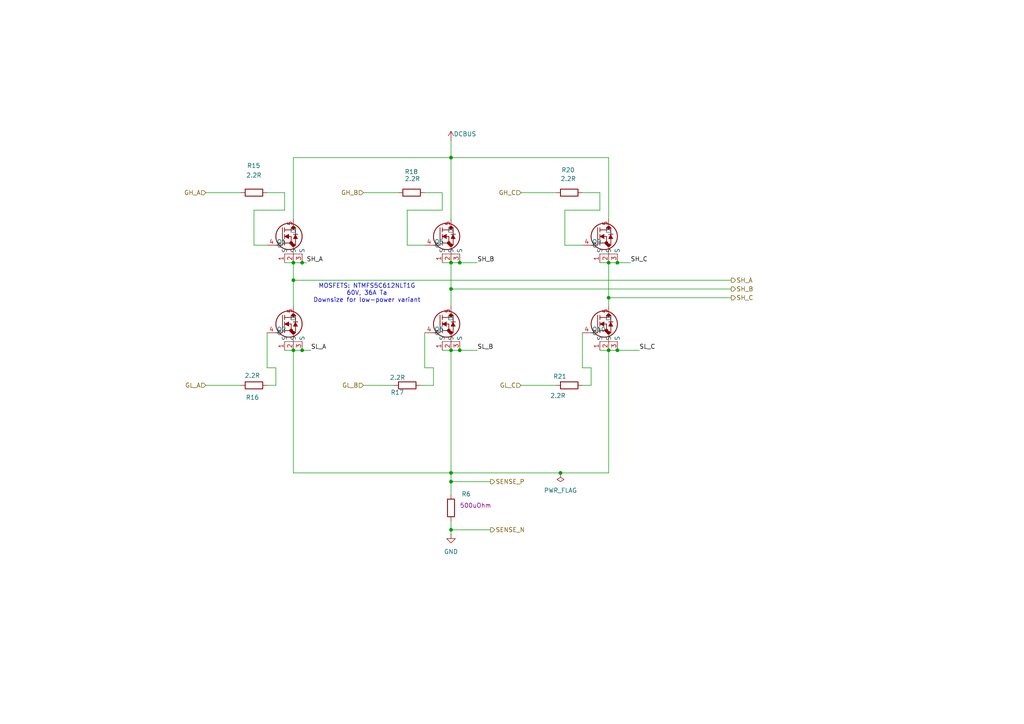
<source format=kicad_sch>
(kicad_sch (version 20231120) (generator "eeschema") (generator_version "8.0")
  (paper "A4")
  (lib_symbols
    (symbol "2024-07-02_05-47-45:NTMFS5C612NLT1G" (pin_names (offset 0.254))
      (property "Reference" "U" (at 11.43 4.445 0))
      (property "Value" "NTMFS5C612NLT1G" (at 11.43 0 0))
      (symbol "NTMFS5C612NLT1G_0_1"
        (polyline (pts (xy 2.54 0) (xy 4.445 0)) (stroke (width 0.2032)))
        (polyline (pts (xy 4.445 0) (xy 4.445 5.08)) (stroke (width 0.2032)))
        (polyline (pts (xy 5.08 -2.54) (xy 10.16 -2.54)) (stroke (width 0.127)))
        (polyline (pts (xy 5.08 0) (xy 5.08 1.27)) (stroke (width 0.2032)))
        (polyline (pts (xy 5.08 0.635) (xy 6.985 0.635)) (stroke (width 0.2032)))
        (polyline (pts (xy 5.08 1.905) (xy 5.08 3.175)) (stroke (width 0.2032)))
        (polyline (pts (xy 5.08 3.81) (xy 5.08 5.08)) (stroke (width 0.2032)))
        (polyline (pts (xy 5.08 4.445) (xy 6.985 4.445)) (stroke (width 0.2032)))
        (polyline (pts (xy 6.35 2.54) (xy 6.985 2.54)) (stroke (width 0.2032)))
        (polyline (pts (xy 6.985 0) (xy 6.985 2.54)) (stroke (width 0.2032)))
        (polyline (pts (xy 6.985 0) (xy 8.255 0)) (stroke (width 0.2032)))
        (polyline (pts (xy 6.985 4.445) (xy 6.985 5.08)) (stroke (width 0.2032)))
        (polyline (pts (xy 6.985 5.08) (xy 8.255 5.08)) (stroke (width 0.2032)))
        (polyline (pts (xy 7.62 -2.54) (xy 7.62 0)) (stroke (width 0.127)))
        (polyline (pts (xy 8.255 0) (xy 8.255 1.905)) (stroke (width 0.2032)))
        (polyline (pts (xy 8.255 3.175) (xy 8.255 5.08)) (stroke (width 0.2032)))
        (polyline (pts (xy 8.89 3.175) (xy 7.62 3.175)) (stroke (width 0.2032)))
        (polyline (pts (xy 6.35 3.175) (xy 5.08 2.54) (xy 6.35 1.905)) (fill (type outline)))
        (polyline (pts (xy 8.89 1.905) (xy 7.62 1.905) (xy 8.255 3.175)) (fill (type outline)))
        (circle (center 6.35 2.54) (radius 3.81) (stroke (width 0.254)))
        (circle (center 6.985 0.635) (radius 0.0254) (stroke (width 0.508)))
        (circle (center 7.62 0) (radius 0.0254) (stroke (width 0.508)))
        (circle (center 7.62 5.08) (radius 0.0254) (stroke (width 0.508)))
      )
      (symbol "NTMFS5C612NLT1G_1_1"
        (pin passive line (at 5.08 -5.08 90) (length 2.54) (name "S") (number "1"))
        (pin passive line (at 7.62 -5.08 90) (length 2.54) (name "S") (number "2"))
        (pin passive line (at 10.16 -5.08 90) (length 2.54) (name "S") (number "3"))
        (pin passive line (at 0 0 0) (length 2.54) (name "G") (number "4"))
        (pin passive line (at 7.62 7.62 270) (length 2.54) (name "D") (number "5"))
      )
    )
    (symbol "Device:R" (pin_numbers hide) (pin_names (offset 0))
      (property "Reference" "R" (at 2.032 0 90))
      (property "Value" "R" (at 0 0 90))
      (symbol "R_0_1"
        (rectangle (start -1.016 -2.54) (end 1.016 2.54) (stroke (width 0.254)))
      )
      (symbol "R_1_1"
        (pin passive line (at 0 3.81 270) (length 1.27) (name "~") (number "1"))
        (pin passive line (at 0 -3.81 90) (length 1.27) (name "~") (number "2"))
      )
    )
    (symbol "NTMFS5C612NLT1G_2" (pin_names (offset 0.254))
      (property "Reference" "U" (at 11.43 4.445 0))
      (property "Value" "NTMFS5C612NLT1G" (at 11.43 0 0))
      (symbol "NTMFS5C612NLT1G_2_0_1"
        (polyline (pts (xy 2.54 0) (xy 4.445 0)) (stroke (width 0.2032)))
        (polyline (pts (xy 4.445 0) (xy 4.445 5.08)) (stroke (width 0.2032)))
        (polyline (pts (xy 5.08 -2.54) (xy 10.16 -2.54)) (stroke (width 0.127)))
        (polyline (pts (xy 5.08 0) (xy 5.08 1.27)) (stroke (width 0.2032)))
        (polyline (pts (xy 5.08 0.635) (xy 6.985 0.635)) (stroke (width 0.2032)))
        (polyline (pts (xy 5.08 1.905) (xy 5.08 3.175)) (stroke (width 0.2032)))
        (polyline (pts (xy 5.08 3.81) (xy 5.08 5.08)) (stroke (width 0.2032)))
        (polyline (pts (xy 5.08 4.445) (xy 6.985 4.445)) (stroke (width 0.2032)))
        (polyline (pts (xy 6.35 2.54) (xy 6.985 2.54)) (stroke (width 0.2032)))
        (polyline (pts (xy 6.985 0) (xy 6.985 2.54)) (stroke (width 0.2032)))
        (polyline (pts (xy 6.985 0) (xy 8.255 0)) (stroke (width 0.2032)))
        (polyline (pts (xy 6.985 4.445) (xy 6.985 5.08)) (stroke (width 0.2032)))
        (polyline (pts (xy 6.985 5.08) (xy 8.255 5.08)) (stroke (width 0.2032)))
        (polyline (pts (xy 7.62 -2.54) (xy 7.62 0)) (stroke (width 0.127)))
        (polyline (pts (xy 8.255 0) (xy 8.255 1.905)) (stroke (width 0.2032)))
        (polyline (pts (xy 8.255 3.175) (xy 8.255 5.08)) (stroke (width 0.2032)))
        (polyline (pts (xy 8.89 3.175) (xy 7.62 3.175)) (stroke (width 0.2032)))
        (polyline (pts (xy 6.35 3.175) (xy 5.08 2.54) (xy 6.35 1.905)) (fill (type outline)))
        (polyline (pts (xy 8.89 1.905) (xy 7.62 1.905) (xy 8.255 3.175)) (fill (type outline)))
        (circle (center 6.35 2.54) (radius 3.81) (stroke (width 0.254)))
        (circle (center 6.985 0.635) (radius 0.0254) (stroke (width 0.508)))
        (circle (center 7.62 0) (radius 0.0254) (stroke (width 0.508)))
        (circle (center 7.62 5.08) (radius 0.0254) (stroke (width 0.508)))
      )
      (symbol "NTMFS5C612NLT1G_2_1_1"
        (pin passive line (at 5.08 -5.08 90) (length 2.54) (name "S") (number "1"))
        (pin passive line (at 7.62 -5.08 90) (length 2.54) (name "S") (number "2"))
        (pin passive line (at 10.16 -5.08 90) (length 2.54) (name "S") (number "3"))
        (pin passive line (at 0 0 0) (length 2.54) (name "G") (number "4"))
        (pin passive line (at 7.62 7.62 270) (length 2.54) (name "D") (number "5"))
      )
    )
    (symbol "NTMFS5C612NLT1G_3" (pin_names (offset 0.254))
      (property "Reference" "U" (at 11.43 4.445 0))
      (property "Value" "NTMFS5C612NLT1G" (at 11.43 0 0))
      (symbol "NTMFS5C612NLT1G_3_0_1"
        (polyline (pts (xy 2.54 0) (xy 4.445 0)) (stroke (width 0.2032)))
        (polyline (pts (xy 4.445 0) (xy 4.445 5.08)) (stroke (width 0.2032)))
        (polyline (pts (xy 5.08 -2.54) (xy 10.16 -2.54)) (stroke (width 0.127)))
        (polyline (pts (xy 5.08 0) (xy 5.08 1.27)) (stroke (width 0.2032)))
        (polyline (pts (xy 5.08 0.635) (xy 6.985 0.635)) (stroke (width 0.2032)))
        (polyline (pts (xy 5.08 1.905) (xy 5.08 3.175)) (stroke (width 0.2032)))
        (polyline (pts (xy 5.08 3.81) (xy 5.08 5.08)) (stroke (width 0.2032)))
        (polyline (pts (xy 5.08 4.445) (xy 6.985 4.445)) (stroke (width 0.2032)))
        (polyline (pts (xy 6.35 2.54) (xy 6.985 2.54)) (stroke (width 0.2032)))
        (polyline (pts (xy 6.985 0) (xy 6.985 2.54)) (stroke (width 0.2032)))
        (polyline (pts (xy 6.985 0) (xy 8.255 0)) (stroke (width 0.2032)))
        (polyline (pts (xy 6.985 4.445) (xy 6.985 5.08)) (stroke (width 0.2032)))
        (polyline (pts (xy 6.985 5.08) (xy 8.255 5.08)) (stroke (width 0.2032)))
        (polyline (pts (xy 7.62 -2.54) (xy 7.62 0)) (stroke (width 0.127)))
        (polyline (pts (xy 8.255 0) (xy 8.255 1.905)) (stroke (width 0.2032)))
        (polyline (pts (xy 8.255 3.175) (xy 8.255 5.08)) (stroke (width 0.2032)))
        (polyline (pts (xy 8.89 3.175) (xy 7.62 3.175)) (stroke (width 0.2032)))
        (polyline (pts (xy 6.35 3.175) (xy 5.08 2.54) (xy 6.35 1.905)) (fill (type outline)))
        (polyline (pts (xy 8.89 1.905) (xy 7.62 1.905) (xy 8.255 3.175)) (fill (type outline)))
        (circle (center 6.35 2.54) (radius 3.81) (stroke (width 0.254)))
        (circle (center 6.985 0.635) (radius 0.0254) (stroke (width 0.508)))
        (circle (center 7.62 0) (radius 0.0254) (stroke (width 0.508)))
        (circle (center 7.62 5.08) (radius 0.0254) (stroke (width 0.508)))
      )
      (symbol "NTMFS5C612NLT1G_3_1_1"
        (pin passive line (at 5.08 -5.08 90) (length 2.54) (name "S") (number "1"))
        (pin passive line (at 7.62 -5.08 90) (length 2.54) (name "S") (number "2"))
        (pin passive line (at 10.16 -5.08 90) (length 2.54) (name "S") (number "3"))
        (pin passive line (at 0 0 0) (length 2.54) (name "G") (number "4"))
        (pin passive line (at 7.62 7.62 270) (length 2.54) (name "D") (number "5"))
      )
    )
    (symbol "NTMFS5C612NLT1G_4" (pin_names (offset 0.254))
      (property "Reference" "U" (at 11.43 4.445 0))
      (property "Value" "NTMFS5C612NLT1G" (at 11.43 0 0))
      (symbol "NTMFS5C612NLT1G_4_0_1"
        (polyline (pts (xy 2.54 0) (xy 4.445 0)) (stroke (width 0.2032)))
        (polyline (pts (xy 4.445 0) (xy 4.445 5.08)) (stroke (width 0.2032)))
        (polyline (pts (xy 5.08 -2.54) (xy 10.16 -2.54)) (stroke (width 0.127)))
        (polyline (pts (xy 5.08 0) (xy 5.08 1.27)) (stroke (width 0.2032)))
        (polyline (pts (xy 5.08 0.635) (xy 6.985 0.635)) (stroke (width 0.2032)))
        (polyline (pts (xy 5.08 1.905) (xy 5.08 3.175)) (stroke (width 0.2032)))
        (polyline (pts (xy 5.08 3.81) (xy 5.08 5.08)) (stroke (width 0.2032)))
        (polyline (pts (xy 5.08 4.445) (xy 6.985 4.445)) (stroke (width 0.2032)))
        (polyline (pts (xy 6.35 2.54) (xy 6.985 2.54)) (stroke (width 0.2032)))
        (polyline (pts (xy 6.985 0) (xy 6.985 2.54)) (stroke (width 0.2032)))
        (polyline (pts (xy 6.985 0) (xy 8.255 0)) (stroke (width 0.2032)))
        (polyline (pts (xy 6.985 4.445) (xy 6.985 5.08)) (stroke (width 0.2032)))
        (polyline (pts (xy 6.985 5.08) (xy 8.255 5.08)) (stroke (width 0.2032)))
        (polyline (pts (xy 7.62 -2.54) (xy 7.62 0)) (stroke (width 0.127)))
        (polyline (pts (xy 8.255 0) (xy 8.255 1.905)) (stroke (width 0.2032)))
        (polyline (pts (xy 8.255 3.175) (xy 8.255 5.08)) (stroke (width 0.2032)))
        (polyline (pts (xy 8.89 3.175) (xy 7.62 3.175)) (stroke (width 0.2032)))
        (polyline (pts (xy 6.35 3.175) (xy 5.08 2.54) (xy 6.35 1.905)) (fill (type outline)))
        (polyline (pts (xy 8.89 1.905) (xy 7.62 1.905) (xy 8.255 3.175)) (fill (type outline)))
        (circle (center 6.35 2.54) (radius 3.81) (stroke (width 0.254)))
        (circle (center 6.985 0.635) (radius 0.0254) (stroke (width 0.508)))
        (circle (center 7.62 0) (radius 0.0254) (stroke (width 0.508)))
        (circle (center 7.62 5.08) (radius 0.0254) (stroke (width 0.508)))
      )
      (symbol "NTMFS5C612NLT1G_4_1_1"
        (pin passive line (at 5.08 -5.08 90) (length 2.54) (name "S") (number "1"))
        (pin passive line (at 7.62 -5.08 90) (length 2.54) (name "S") (number "2"))
        (pin passive line (at 10.16 -5.08 90) (length 2.54) (name "S") (number "3"))
        (pin passive line (at 0 0 0) (length 2.54) (name "G") (number "4"))
        (pin passive line (at 7.62 7.62 270) (length 2.54) (name "D") (number "5"))
      )
    )
    (symbol "power:GND" (power) (pin_numbers hide) (pin_names (offset 0) hide)
      (property "Value" "GND" (at 0 -3.81 0))
      (symbol "GND_0_1"
        (polyline (pts (xy 0 0) (xy 0 -1.27) (xy 1.27 -1.27) (xy 0 -2.54) (xy -1.27 -1.27) (xy 0 -1.27)))
      )
      (symbol "GND_1_1"
        (pin power_in line (at 0 0 270) (length 0) (name "~") (number "1"))
      )
    )
    (symbol "power:PWR_FLAG" (power) (pin_numbers hide) (pin_names (offset 0) hide)
      (property "Value" "PWR_FLAG" (at 0 3.81 0))
      (symbol "PWR_FLAG_0_0"
        (pin power_out line (at 0 0 90) (length 0) (name "~") (number "1"))
      )
      (symbol "PWR_FLAG_0_1"
        (polyline (pts (xy 0 0) (xy 0 1.27) (xy -1.016 1.905) (xy 0 2.54) (xy 1.016 1.905) (xy 0 1.27)))
      )
    )
    (symbol "power:VCCQ" (power) (pin_numbers hide) (pin_names (offset 0) hide)
      (property "Value" "VCCQ" (at 0 3.556 0))
      (symbol "VCCQ_0_1"
        (polyline (pts (xy -0.762 1.27) (xy 0 2.54)))
        (polyline (pts (xy 0 0) (xy 0 2.54)))
        (polyline (pts (xy 0 2.54) (xy 0.762 1.27)))
      )
      (symbol "VCCQ_1_1"
        (pin power_in line (at 0 0 90) (length 0) (name "~") (number "1"))
      )
    )
  )
  (junction (at 130.81 76.2))
  (junction (at 176.53 101.6))
  (junction (at 130.81 83.82))
  (junction (at 130.81 101.6))
  (junction (at 176.53 76.2))
  (junction (at 85.09 81.28))
  (junction (at 133.35 101.6))
  (junction (at 130.81 139.7))
  (junction (at 85.09 76.2))
  (junction (at 179.07 76.2))
  (junction (at 130.81 153.67))
  (junction (at 130.81 45.72))
  (junction (at 130.81 137.16))
  (junction (at 176.53 86.36))
  (junction (at 162.56 137.16))
  (junction (at 133.35 76.2))
  (junction (at 85.09 101.6))
  (junction (at 87.63 101.6))
  (junction (at 87.63 76.2))
  (junction (at 179.07 101.6))
  (wire (pts (xy 176.53 101.6) (xy 176.53 137.16)))
  (wire (pts (xy 130.81 101.6) (xy 130.81 137.16)))
  (wire (pts (xy 130.81 139.7) (xy 130.81 143.51)))
  (wire (pts (xy 125.73 111.76) (xy 125.73 106.68)))
  (wire (pts (xy 130.81 45.72) (xy 176.53 45.72)))
  (wire (pts (xy 130.81 154.94) (xy 130.81 153.67)))
  (wire (pts (xy 128.27 60.96) (xy 118.11 60.96)))
  (wire (pts (xy 179.07 101.6) (xy 176.53 101.6)))
  (wire (pts (xy 168.91 111.76) (xy 171.45 111.76)))
  (wire (pts (xy 88.9 76.2) (xy 87.63 76.2)))
  (wire (pts (xy 128.27 55.88) (xy 128.27 60.96)))
  (wire (pts (xy 90.17 101.6) (xy 87.63 101.6)))
  (wire (pts (xy 130.81 76.2) (xy 128.27 76.2)))
  (wire (pts (xy 77.47 111.76) (xy 80.01 111.76)))
  (wire (pts (xy 77.47 106.68) (xy 80.01 106.68)))
  (wire (pts (xy 77.47 96.52) (xy 77.47 106.68)))
  (wire (pts (xy 130.81 83.82) (xy 130.81 88.9)))
  (wire (pts (xy 173.99 55.88) (xy 173.99 60.96)))
  (wire (pts (xy 82.55 101.6) (xy 85.09 101.6)))
  (wire (pts (xy 151.13 55.88) (xy 161.29 55.88)))
  (wire (pts (xy 163.83 60.96) (xy 163.83 71.12)))
  (wire (pts (xy 85.09 76.2) (xy 85.09 81.28)))
  (wire (pts (xy 105.41 111.76) (xy 114.3 111.76)))
  (wire (pts (xy 118.11 60.96) (xy 118.11 71.12)))
  (wire (pts (xy 130.81 153.67) (xy 130.81 151.13)))
  (wire (pts (xy 87.63 101.6) (xy 85.09 101.6)))
  (wire (pts (xy 82.55 60.96) (xy 73.66 60.96)))
  (wire (pts (xy 176.53 86.36) (xy 212.09 86.36)))
  (wire (pts (xy 138.43 101.6) (xy 133.35 101.6)))
  (wire (pts (xy 130.81 83.82) (xy 212.09 83.82)))
  (wire (pts (xy 176.53 45.72) (xy 176.53 63.5)))
  (wire (pts (xy 82.55 55.88) (xy 82.55 60.96)))
  (wire (pts (xy 85.09 81.28) (xy 212.09 81.28)))
  (wire (pts (xy 123.19 106.68) (xy 125.73 106.68)))
  (wire (pts (xy 138.43 76.2) (xy 133.35 76.2)))
  (wire (pts (xy 130.81 45.72) (xy 130.81 40.64)))
  (wire (pts (xy 130.81 76.2) (xy 130.81 83.82)))
  (wire (pts (xy 85.09 76.2) (xy 82.55 76.2)))
  (wire (pts (xy 130.81 139.7) (xy 142.24 139.7)))
  (wire (pts (xy 171.45 111.76) (xy 171.45 106.68)))
  (wire (pts (xy 123.19 55.88) (xy 128.27 55.88)))
  (wire (pts (xy 85.09 137.16) (xy 130.81 137.16)))
  (wire (pts (xy 176.53 101.6) (xy 173.99 101.6)))
  (wire (pts (xy 121.92 111.76) (xy 125.73 111.76)))
  (wire (pts (xy 130.81 137.16) (xy 162.56 137.16)))
  (wire (pts (xy 168.91 55.88) (xy 173.99 55.88)))
  (wire (pts (xy 80.01 106.68) (xy 80.01 111.76)))
  (wire (pts (xy 59.69 55.88) (xy 69.85 55.88)))
  (wire (pts (xy 73.66 60.96) (xy 73.66 71.12)))
  (wire (pts (xy 77.47 55.88) (xy 82.55 55.88)))
  (wire (pts (xy 73.66 71.12) (xy 77.47 71.12)))
  (wire (pts (xy 130.81 153.67) (xy 142.24 153.67)))
  (wire (pts (xy 133.35 76.2) (xy 130.81 76.2)))
  (wire (pts (xy 173.99 60.96) (xy 163.83 60.96)))
  (wire (pts (xy 130.81 137.16) (xy 130.81 139.7)))
  (wire (pts (xy 85.09 81.28) (xy 85.09 88.9)))
  (wire (pts (xy 176.53 76.2) (xy 173.99 76.2)))
  (wire (pts (xy 168.91 96.52) (xy 168.91 106.68)))
  (wire (pts (xy 85.09 63.5) (xy 85.09 45.72)))
  (wire (pts (xy 168.91 106.68) (xy 171.45 106.68)))
  (wire (pts (xy 85.09 101.6) (xy 85.09 137.16)))
  (wire (pts (xy 162.56 137.16) (xy 176.53 137.16)))
  (wire (pts (xy 85.09 45.72) (xy 130.81 45.72)))
  (wire (pts (xy 182.88 76.2) (xy 179.07 76.2)))
  (wire (pts (xy 151.13 111.76) (xy 161.29 111.76)))
  (wire (pts (xy 163.83 71.12) (xy 168.91 71.12)))
  (wire (pts (xy 59.69 111.76) (xy 69.85 111.76)))
  (wire (pts (xy 118.11 71.12) (xy 123.19 71.12)))
  (wire (pts (xy 176.53 76.2) (xy 176.53 86.36)))
  (wire (pts (xy 123.19 96.52) (xy 123.19 106.68)))
  (wire (pts (xy 185.42 101.6) (xy 179.07 101.6)))
  (wire (pts (xy 133.35 101.6) (xy 130.81 101.6)))
  (wire (pts (xy 130.81 101.6) (xy 128.27 101.6)))
  (wire (pts (xy 105.41 55.88) (xy 115.57 55.88)))
  (wire (pts (xy 179.07 76.2) (xy 176.53 76.2)))
  (wire (pts (xy 176.53 86.36) (xy 176.53 88.9)))
  (wire (pts (xy 130.81 45.72) (xy 130.81 63.5)))
  (wire (pts (xy 87.63 76.2) (xy 85.09 76.2)))
  (text "MOSFETS: NTMFS5C612NLT1G\n60V, 36A Ta\nDownsize for low-power variant" (at 106.426 87.884 0) (effects (font (size 1.27 1.27)) (justify bottom)))
  (label "SL_C" (at 185.42 101.6 0))
  (label "SH_B" (at 138.43 76.2 0))
  (label "SL_A" (at 90.17 101.6 0))
  (label "SL_B" (at 138.43 101.6 0))
  (label "SH_C" (at 182.88 76.2 0))
  (label "SH_A" (at 88.9 76.2 0))
  (hierarchical_label "GL_C" (shape input) (at 151.13 111.76 180))
  (hierarchical_label "GL_B" (shape input) (at 105.41 111.76 180))
  (hierarchical_label "GH_B" (shape input) (at 105.41 55.88 180))
  (hierarchical_label "GL_A" (shape input) (at 59.69 111.76 180))
  (hierarchical_label "SH_A" (shape output) (at 212.09 81.28 0))
  (hierarchical_label "GH_C" (shape input) (at 151.13 55.88 180))
  (hierarchical_label "SH_B" (shape output) (at 212.09 83.82 0))
  (hierarchical_label "SH_C" (shape output) (at 212.09 86.36 0))
  (hierarchical_label "GH_A" (shape input) (at 59.69 55.88 180))
  (hierarchical_label "SENSE_N" (shape output) (at 142.24 153.67 0))
  (hierarchical_label "SENSE_P" (shape output) (at 142.24 139.7 0))
  (symbol (lib_name "NTMFS5C612NLT1G_3") (lib_id "2024-07-02_05-47-45:NTMFS5C612NLT1G") (at 77.47 71.12 0) (unit 1)
    (property "Reference" "Q1" (at 80.264 70.866 0) (effects (justify left bottom)))
    (property "Footprint" "DFN_2NLT1G_ONS" (effects (hide yes)))
    (property "Datasheet" "NTMFS5C612NLT1G" (effects (hide yes)))
    (property "Description" "MOSFET N-CH 30V 13A SO8FL" (effects (hide yes)))
    (property "SUPPLIER 1" "Digi-Key" (effects (hide yes)))
    (property "SUPPLIER PART NUMBER 1" "NTMFS4935NT1GOSCT-ND" (effects (hide yes)))
    (property "MANUFACTURER" "ON Semiconductor" (effects (hide yes)))
    (property "ROHS" "RoHS Compliant" (effects (hide yes)))
    (property "CATEGORY" "Discrete Semiconductor Products" (effects (hide yes)))
    (property "STOCK 1" "932" (effects (hide yes)))
    (property "PRICING 1" "1=0.61, 10=0.541, 100=0.4145, 500=0.3277 (USD)" (effects (hide yes)))
    (property "PACKAGING" "Cut Tape (CT)" (effects (hide yes)))
    (property "PART STATUS" "Active" (effects (hide yes)))
    (property "FET TYPE" "N-Channel" (effects (hide yes)))
    (property "TECHNOLOGY" "MOSFET (Metal Oxide)" (effects (hide yes)))
    (property "DRAIN TO SOURCE VOLTAGE (VDSS)" "30V" (effects (hide yes)))
    (property "CURRENT - CONTINUOUS DRAIN (ID) @ 25°C" "13A (Ta), 93A (Tc)" (effects (hide yes)))
    (property "DRIVE VOLTAGE (MAX RDS ON,  MIN RDS ON)" "4.5V, 10V" (effects (hide yes)))
    (property "VGS(TH) (MAX) @ ID" "2.2V @ 250µA" (effects (hide yes)))
    (property "GATE CHARGE (QG) (MAX) @ VGS" "49.4nC @ 10V" (effects (hide yes)))
    (property "INPUT CAPACITANCE (CISS) (MAX) @ VDS" "4850pF @ 15V" (effects (hide yes)))
    (property "VGS (MAX)" "±20V" (effects (hide yes)))
    (property "FET FEATURE" "-" (effects (hide yes)))
    (property "POWER DISSIPATION (MAX)" "930mW (Ta), 48W (Tc)" (effects (hide yes)))
    (property "RDS ON (MAX) @ ID, VGS" "3.2 mOhm @ 30A, 10V" (effects (hide yes)))
    (property "OPERATING TEMPERATURE" "-55°C ~ 150°C (TJ)" (effects (hide yes)))
    (property "MOUNTING TYPE" "Surface Mount" (effects (hide yes)))
    (property "SUPPLIER DEVICE PACKAGE" "5-DFN (5x6) (8-SOFL)" (effects (hide yes)))
    (property "PACKAGE / CASE" "8-PowerTDFN, 5 Leads" (effects (hide yes)))
    (property "COMPONENTLINK1URL" "http://www.onsemi.com/pub_link/Collateral/NTMFS4935N-D.PDF" (effects (hide yes)))
    (property "COMPONENTLINK1DESCRIPTION" "http://www.onsemi.com/pub_link/Collateral/NTMFS4935N-D.PDF" (effects (hide yes)))
    (property "MANUFACTURER PART NUMBER" "NTMFS4935NT1G" (effects (hide yes)))
    (property "LCSC Part Number" "C348543" (effects (hide yes)))
  )
  (symbol (lib_id "Device:R") (at 165.1 111.76 90) (unit 1)
    (property "Reference" "R21" (at 164.338 108.458 90) (effects (justify left bottom)))
    (property "Value" "2.2R" (at 164.084 114.046 90) (effects (justify left bottom)))
    (property "Footprint" "Resistor_SMD:R_0603_1608Metric" (effects (hide yes)))
    (property "Description" "RES SMD 2.2 OHM 1% 1/10W 0603" (effects (hide yes)))
    (property "SUPPLIER 1" "Digi-Key" (effects (hide yes)))
    (property "SUPPLIER PART NUMBER 1" "311-2.2HRCT-ND" (effects (hide yes)))
    (property "MANUFACTURER" "Yageo" (effects (hide yes)))
    (property "MANUFACTURER PART NUMBER" "RC0603FR-072R2L" (effects (hide yes)))
    (property "ROHS" "RoHS Compliant" (effects (hide yes)))
    (property "CATEGORY" "Resistors" (effects (hide yes)))
    (property "STOCK 1" "16531" (effects (hide yes)))
    (property "PRICING 1" "1=0.1, 10=0.02, 25=0.0144, 100=0.0082, 250=0.00624, 500=0.00498, 1000=0.00367, 2500=0.00319 (USD)" (effects (hide yes)))
    (property "PACKAGING" "Cut Tape (CT)" (effects (hide yes)))
    (property "RESISTANCE (OHMS)" "2.2" (effects (hide yes)))
    (property "TOLERANCE" "±1%" (effects (hide yes)))
    (property "POWER (WATTS)" "0.1W, 1/10W" (effects (hide yes)))
    (property "COMPOSITION" "Thick Film" (effects (hide yes)))
    (property "FEATURES" "Moisture Resistant" (effects (hide yes)))
    (property "TEMPERATURE COEFFICIENT" "±200ppm/°C" (effects (hide yes)))
    (property "OPERATING TEMPERATURE" "-55°C ~ 155°C" (effects (hide yes)))
    (property "PACKAGE / CASE" "0603 (1608 Metric)" (effects (hide yes)))
    (property "SUPPLIER DEVICE PACKAGE" "0603" (effects (hide yes)))
    (property "SIZE / DIMENSION" "0.063\" L x 0.031\" W (1.60mm x 0.80mm)" (effects (hide yes)))
    (property "HEIGHT" "0.022\" (0.55mm)" (effects (hide yes)))
    (property "NUMBER OF TERMINATIONS" "2" (effects (hide yes)))
    (property "COMPONENTLINK1URL" "http://www.yageo.com/documents/recent/PYu-RC_Group_51_RoHS_L_04.pdf" (effects (hide yes)))
    (property "COMPONENTLINK1DESCRIPTION" "http://www.yageo.com/documents/recent/PYu-RC_Group_51_RoHS_L_04.pdf" (effects (hide yes)))
  )
  (symbol (lib_id "Device:R") (at 130.81 147.32 0) (unit 1)
    (property "Reference" "R6" (at 133.858 144.018 0) (effects (justify left bottom)))
    (property "Value" "500uOhm" (effects (hide yes)))
    (property "Footprint" "Resistor_SMD:R_2512_6332Metric" (effects (hide yes)))
    (property "Description" "RES SMD 0.0005 OHM 1% 3W 2512" (effects (hide yes)))
    (property "ALTIUM_VALUE" "500uOhm" (at 133.35 147.32 0) (effects (justify left bottom)))
    (property "SUPPLIER 1" "Digi-Key" (effects (hide yes)))
    (property "SUPPLIER PART NUMBER 1" "696-1183-2-ND" (effects (hide yes)))
    (property "MANUFACTURER" "Riedon" (effects (hide yes)))
    (property "ROHS" "RoHS Compliant" (effects (hide yes)))
    (property "CATEGORY" "Resistors" (effects (hide yes)))
    (property "STOCK" "2000" (effects (hide yes)))
    (property "PRICING 1" "2000=0.19817, 6000=0.1937, 10000=0.187, 50000=0.18148 (USD)" (effects (hide yes)))
    (property "PACKAGING" "Tape & Reel (TR)" (effects (hide yes)))
    (property "PART STATUS" "Active" (effects (hide yes)))
    (property "TOLERANCE" "±1%" (effects (hide yes)))
    (property "POWER (WATTS)" "3W" (effects (hide yes)))
    (property "COMPOSITION" "Metal Element" (effects (hide yes)))
    (property "FEATURES" "Current Sense" (effects (hide yes)))
    (property "TEMPERATURE COEFFICIENT" "±100ppm/°C" (effects (hide yes)))
    (property "OPERATING TEMPERATURE" "-55°C ~ 170°C" (effects (hide yes)))
    (property "PACKAGE / CASE" "2512 (6432 Metric)" (effects (hide yes)))
    (property "SUPPLIER DEVICE PACKAGE" "2512" (effects (hide yes)))
    (property "SIZE / DIMENSION" "0.250\" L x 0.118\" W (6.35mm x 3.00mm)" (effects (hide yes)))
    (property "HEIGHT - SEATED (MAX)" "0.057\" (1.45mm)" (effects (hide yes)))
    (property "FAILURE RATE" "-" (effects (hide yes)))
    (property "COMPONENTLINK1URL" "http://riedon.com/media/pdf/CSR.pdf" (effects (hide yes)))
    (property "COMPONENTLINK1DESCRIPTION" "http://riedon.com/media/pdf/CSR.pdf" (effects (hide yes)))
    (property "SUPPLIER 2" "Digi-Key" (effects (hide yes)))
    (property "SUPPLIER PART NUMBER 2" "696-1183-1-ND" (effects (hide yes)))
    (property "PRICING 2" "1=0.69, 10=0.574, 25=0.4916, 50=0.4426, 100=0.3852, 250=0.3442, 500=0.27864, 1000=0.22536 (USD)" (effects (hide yes)))
    (property "MANUFACTURER PART NUMBER" "CSR2512C0R0005F" (effects (hide yes)))
  )
  (symbol (lib_id "Device:R") (at 165.1 55.88 270) (unit 1)
    (property "Reference" "R20" (at 162.814 50.038 90) (effects (justify left bottom)))
    (property "Value" "2.2R" (at 162.56 52.578 90) (effects (justify left bottom)))
    (property "Footprint" "Resistor_SMD:R_0603_1608Metric" (effects (hide yes)))
    (property "Description" "RES SMD 2.2 OHM 1% 1/10W 0603" (effects (hide yes)))
    (property "SUPPLIER 1" "Digi-Key" (effects (hide yes)))
    (property "SUPPLIER PART NUMBER 1" "311-2.2HRCT-ND" (effects (hide yes)))
    (property "MANUFACTURER" "Yageo" (effects (hide yes)))
    (property "MANUFACTURER PART NUMBER" "RC0603FR-072R2L" (effects (hide yes)))
    (property "ROHS" "RoHS Compliant" (effects (hide yes)))
    (property "CATEGORY" "Resistors" (effects (hide yes)))
    (property "STOCK 1" "16531" (effects (hide yes)))
    (property "PRICING 1" "1=0.1, 10=0.02, 25=0.0144, 100=0.0082, 250=0.00624, 500=0.00498, 1000=0.00367, 2500=0.00319 (USD)" (effects (hide yes)))
    (property "PACKAGING" "Cut Tape (CT)" (effects (hide yes)))
    (property "RESISTANCE (OHMS)" "2.2" (effects (hide yes)))
    (property "TOLERANCE" "±1%" (effects (hide yes)))
    (property "POWER (WATTS)" "0.1W, 1/10W" (effects (hide yes)))
    (property "COMPOSITION" "Thick Film" (effects (hide yes)))
    (property "FEATURES" "Moisture Resistant" (effects (hide yes)))
    (property "TEMPERATURE COEFFICIENT" "±200ppm/°C" (effects (hide yes)))
    (property "OPERATING TEMPERATURE" "-55°C ~ 155°C" (effects (hide yes)))
    (property "PACKAGE / CASE" "0603 (1608 Metric)" (effects (hide yes)))
    (property "SUPPLIER DEVICE PACKAGE" "0603" (effects (hide yes)))
    (property "SIZE / DIMENSION" "0.063\" L x 0.031\" W (1.60mm x 0.80mm)" (effects (hide yes)))
    (property "HEIGHT" "0.022\" (0.55mm)" (effects (hide yes)))
    (property "NUMBER OF TERMINATIONS" "2" (effects (hide yes)))
    (property "COMPONENTLINK1URL" "http://www.yageo.com/documents/recent/PYu-RC_Group_51_RoHS_L_04.pdf" (effects (hide yes)))
    (property "COMPONENTLINK1DESCRIPTION" "http://www.yageo.com/documents/recent/PYu-RC_Group_51_RoHS_L_04.pdf" (effects (hide yes)))
  )
  (symbol (lib_id "Device:R") (at 73.66 55.88 270) (unit 1)
    (property "Reference" "R15" (at 71.628 48.768 90) (effects (justify left bottom)))
    (property "Value" "2.2R" (at 71.374 51.562 90) (effects (justify left bottom)))
    (property "Footprint" "Resistor_SMD:R_0603_1608Metric" (effects (hide yes)))
    (property "Description" "RES SMD 2.2 OHM 1% 1/10W 0603" (effects (hide yes)))
    (property "SUPPLIER 1" "Digi-Key" (effects (hide yes)))
    (property "SUPPLIER PART NUMBER 1" "311-2.2HRCT-ND" (effects (hide yes)))
    (property "MANUFACTURER" "Yageo" (effects (hide yes)))
    (property "MANUFACTURER PART NUMBER" "RC0603FR-072R2L" (effects (hide yes)))
    (property "ROHS" "RoHS Compliant" (effects (hide yes)))
    (property "CATEGORY" "Resistors" (effects (hide yes)))
    (property "STOCK 1" "16531" (effects (hide yes)))
    (property "PRICING 1" "1=0.1, 10=0.02, 25=0.0144, 100=0.0082, 250=0.00624, 500=0.00498, 1000=0.00367, 2500=0.00319 (USD)" (effects (hide yes)))
    (property "PACKAGING" "Cut Tape (CT)" (effects (hide yes)))
    (property "RESISTANCE (OHMS)" "2.2" (effects (hide yes)))
    (property "TOLERANCE" "±1%" (effects (hide yes)))
    (property "POWER (WATTS)" "0.1W, 1/10W" (effects (hide yes)))
    (property "COMPOSITION" "Thick Film" (effects (hide yes)))
    (property "FEATURES" "Moisture Resistant" (effects (hide yes)))
    (property "TEMPERATURE COEFFICIENT" "±200ppm/°C" (effects (hide yes)))
    (property "OPERATING TEMPERATURE" "-55°C ~ 155°C" (effects (hide yes)))
    (property "PACKAGE / CASE" "0603 (1608 Metric)" (effects (hide yes)))
    (property "SUPPLIER DEVICE PACKAGE" "0603" (effects (hide yes)))
    (property "SIZE / DIMENSION" "0.063\" L x 0.031\" W (1.60mm x 0.80mm)" (effects (hide yes)))
    (property "HEIGHT" "0.022\" (0.55mm)" (effects (hide yes)))
    (property "NUMBER OF TERMINATIONS" "2" (effects (hide yes)))
    (property "COMPONENTLINK1URL" "http://www.yageo.com/documents/recent/PYu-RC_Group_51_RoHS_L_04.pdf" (effects (hide yes)))
    (property "COMPONENTLINK1DESCRIPTION" "http://www.yageo.com/documents/recent/PYu-RC_Group_51_RoHS_L_04.pdf" (effects (hide yes)))
  )
  (symbol (lib_id "Device:R") (at 119.38 55.88 270) (unit 1)
    (property "Reference" "R18" (at 117.348 50.546 90) (effects (justify left bottom)))
    (property "Value" "2.2R" (at 117.348 52.578 90) (effects (justify left bottom)))
    (property "Footprint" "Resistor_SMD:R_0603_1608Metric" (effects (hide yes)))
    (property "Description" "RES SMD 2.2 OHM 1% 1/10W 0603" (effects (hide yes)))
    (property "SUPPLIER 1" "Digi-Key" (effects (hide yes)))
    (property "SUPPLIER PART NUMBER 1" "311-2.2HRCT-ND" (effects (hide yes)))
    (property "MANUFACTURER" "Yageo" (effects (hide yes)))
    (property "MANUFACTURER PART NUMBER" "RC0603FR-072R2L" (effects (hide yes)))
    (property "ROHS" "RoHS Compliant" (effects (hide yes)))
    (property "CATEGORY" "Resistors" (effects (hide yes)))
    (property "STOCK 1" "16531" (effects (hide yes)))
    (property "PRICING 1" "1=0.1, 10=0.02, 25=0.0144, 100=0.0082, 250=0.00624, 500=0.00498, 1000=0.00367, 2500=0.00319 (USD)" (effects (hide yes)))
    (property "PACKAGING" "Cut Tape (CT)" (effects (hide yes)))
    (property "RESISTANCE (OHMS)" "2.2" (effects (hide yes)))
    (property "TOLERANCE" "±1%" (effects (hide yes)))
    (property "POWER (WATTS)" "0.1W, 1/10W" (effects (hide yes)))
    (property "COMPOSITION" "Thick Film" (effects (hide yes)))
    (property "FEATURES" "Moisture Resistant" (effects (hide yes)))
    (property "TEMPERATURE COEFFICIENT" "±200ppm/°C" (effects (hide yes)))
    (property "OPERATING TEMPERATURE" "-55°C ~ 155°C" (effects (hide yes)))
    (property "PACKAGE / CASE" "0603 (1608 Metric)" (effects (hide yes)))
    (property "SUPPLIER DEVICE PACKAGE" "0603" (effects (hide yes)))
    (property "SIZE / DIMENSION" "0.063\" L x 0.031\" W (1.60mm x 0.80mm)" (effects (hide yes)))
    (property "HEIGHT" "0.022\" (0.55mm)" (effects (hide yes)))
    (property "NUMBER OF TERMINATIONS" "2" (effects (hide yes)))
    (property "COMPONENTLINK1URL" "http://www.yageo.com/documents/recent/PYu-RC_Group_51_RoHS_L_04.pdf" (effects (hide yes)))
    (property "COMPONENTLINK1DESCRIPTION" "http://www.yageo.com/documents/recent/PYu-RC_Group_51_RoHS_L_04.pdf" (effects (hide yes)))
  )
  (symbol (lib_name "NTMFS5C612NLT1G_2") (lib_id "2024-07-02_05-47-45:NTMFS5C612NLT1G") (at 123.19 71.12 0) (unit 1)
    (property "Reference" "Q5" (at 125.984 70.866 0) (effects (justify left bottom)))
    (property "Footprint" "DFN_2NLT1G_ONS" (effects (hide yes)))
    (property "Datasheet" "NTMFS5C612NLT1G" (effects (hide yes)))
    (property "Description" "MOSFET N-CH 30V 13A SO8FL" (effects (hide yes)))
    (property "SUPPLIER 1" "Digi-Key" (effects (hide yes)))
    (property "SUPPLIER PART NUMBER 1" "NTMFS4935NT1GOSCT-ND" (effects (hide yes)))
    (property "MANUFACTURER" "ON Semiconductor" (effects (hide yes)))
    (property "ROHS" "RoHS Compliant" (effects (hide yes)))
    (property "CATEGORY" "Discrete Semiconductor Products" (effects (hide yes)))
    (property "STOCK 1" "932" (effects (hide yes)))
    (property "PRICING 1" "1=0.61, 10=0.541, 100=0.4145, 500=0.3277 (USD)" (effects (hide yes)))
    (property "PACKAGING" "Cut Tape (CT)" (effects (hide yes)))
    (property "PART STATUS" "Active" (effects (hide yes)))
    (property "FET TYPE" "N-Channel" (effects (hide yes)))
    (property "TECHNOLOGY" "MOSFET (Metal Oxide)" (effects (hide yes)))
    (property "DRAIN TO SOURCE VOLTAGE (VDSS)" "30V" (effects (hide yes)))
    (property "CURRENT - CONTINUOUS DRAIN (ID) @ 25°C" "13A (Ta), 93A (Tc)" (effects (hide yes)))
    (property "DRIVE VOLTAGE (MAX RDS ON,  MIN RDS ON)" "4.5V, 10V" (effects (hide yes)))
    (property "VGS(TH) (MAX) @ ID" "2.2V @ 250µA" (effects (hide yes)))
    (property "GATE CHARGE (QG) (MAX) @ VGS" "49.4nC @ 10V" (effects (hide yes)))
    (property "INPUT CAPACITANCE (CISS) (MAX) @ VDS" "4850pF @ 15V" (effects (hide yes)))
    (property "VGS (MAX)" "±20V" (effects (hide yes)))
    (property "FET FEATURE" "-" (effects (hide yes)))
    (property "POWER DISSIPATION (MAX)" "930mW (Ta), 48W (Tc)" (effects (hide yes)))
    (property "RDS ON (MAX) @ ID, VGS" "3.2 mOhm @ 30A, 10V" (effects (hide yes)))
    (property "OPERATING TEMPERATURE" "-55°C ~ 150°C (TJ)" (effects (hide yes)))
    (property "MOUNTING TYPE" "Surface Mount" (effects (hide yes)))
    (property "SUPPLIER DEVICE PACKAGE" "5-DFN (5x6) (8-SOFL)" (effects (hide yes)))
    (property "PACKAGE / CASE" "8-PowerTDFN, 5 Leads" (effects (hide yes)))
    (property "COMPONENTLINK1URL" "http://www.onsemi.com/pub_link/Collateral/NTMFS4935N-D.PDF" (effects (hide yes)))
    (property "COMPONENTLINK1DESCRIPTION" "http://www.onsemi.com/pub_link/Collateral/NTMFS4935N-D.PDF" (effects (hide yes)))
    (property "MANUFACTURER PART NUMBER" "NTMFS4935NT1G" (effects (hide yes)))
  )
  (symbol (lib_id "Device:R") (at 73.66 111.76 90) (unit 1)
    (property "Reference" "R16" (at 75.184 114.554 90) (effects (justify left bottom)))
    (property "Value" "2.2R" (at 75.438 108.204 90) (effects (justify left bottom)))
    (property "Footprint" "Resistor_SMD:R_0603_1608Metric" (effects (hide yes)))
    (property "Description" "RES SMD 2.2 OHM 1% 1/10W 0603" (effects (hide yes)))
    (property "SUPPLIER 1" "Digi-Key" (effects (hide yes)))
    (property "SUPPLIER PART NUMBER 1" "311-2.2HRCT-ND" (effects (hide yes)))
    (property "MANUFACTURER" "Yageo" (effects (hide yes)))
    (property "MANUFACTURER PART NUMBER" "RC0603FR-072R2L" (effects (hide yes)))
    (property "ROHS" "RoHS Compliant" (effects (hide yes)))
    (property "CATEGORY" "Resistors" (effects (hide yes)))
    (property "STOCK 1" "16531" (effects (hide yes)))
    (property "PRICING 1" "1=0.1, 10=0.02, 25=0.0144, 100=0.0082, 250=0.00624, 500=0.00498, 1000=0.00367, 2500=0.00319 (USD)" (effects (hide yes)))
    (property "PACKAGING" "Cut Tape (CT)" (effects (hide yes)))
    (property "RESISTANCE (OHMS)" "2.2" (effects (hide yes)))
    (property "TOLERANCE" "±1%" (effects (hide yes)))
    (property "POWER (WATTS)" "0.1W, 1/10W" (effects (hide yes)))
    (property "COMPOSITION" "Thick Film" (effects (hide yes)))
    (property "FEATURES" "Moisture Resistant" (effects (hide yes)))
    (property "TEMPERATURE COEFFICIENT" "±200ppm/°C" (effects (hide yes)))
    (property "OPERATING TEMPERATURE" "-55°C ~ 155°C" (effects (hide yes)))
    (property "PACKAGE / CASE" "0603 (1608 Metric)" (effects (hide yes)))
    (property "SUPPLIER DEVICE PACKAGE" "0603" (effects (hide yes)))
    (property "SIZE / DIMENSION" "0.063\" L x 0.031\" W (1.60mm x 0.80mm)" (effects (hide yes)))
    (property "HEIGHT" "0.022\" (0.55mm)" (effects (hide yes)))
    (property "NUMBER OF TERMINATIONS" "2" (effects (hide yes)))
    (property "COMPONENTLINK1URL" "http://www.yageo.com/documents/recent/PYu-RC_Group_51_RoHS_L_04.pdf" (effects (hide yes)))
    (property "COMPONENTLINK1DESCRIPTION" "http://www.yageo.com/documents/recent/PYu-RC_Group_51_RoHS_L_04.pdf" (effects (hide yes)))
  )
  (symbol (lib_id "Device:R") (at 118.11 111.76 270) (unit 1)
    (property "Reference" "R17" (at 113.284 114.554 90) (effects (justify left bottom)))
    (property "Value" "2.2R" (at 113.03 110.236 90) (effects (justify left bottom)))
    (property "Footprint" "Resistor_SMD:R_0603_1608Metric" (effects (hide yes)))
    (property "Description" "RES SMD 2.2 OHM 1% 1/10W 0603" (effects (hide yes)))
    (property "SUPPLIER 1" "Digi-Key" (effects (hide yes)))
    (property "SUPPLIER PART NUMBER 1" "311-2.2HRCT-ND" (effects (hide yes)))
    (property "MANUFACTURER" "Yageo" (effects (hide yes)))
    (property "MANUFACTURER PART NUMBER" "RC0603FR-072R2L" (effects (hide yes)))
    (property "ROHS" "RoHS Compliant" (effects (hide yes)))
    (property "CATEGORY" "Resistors" (effects (hide yes)))
    (property "STOCK 1" "16531" (effects (hide yes)))
    (property "PRICING 1" "1=0.1, 10=0.02, 25=0.0144, 100=0.0082, 250=0.00624, 500=0.00498, 1000=0.00367, 2500=0.00319 (USD)" (effects (hide yes)))
    (property "PACKAGING" "Cut Tape (CT)" (effects (hide yes)))
    (property "RESISTANCE (OHMS)" "2.2" (effects (hide yes)))
    (property "TOLERANCE" "±1%" (effects (hide yes)))
    (property "POWER (WATTS)" "0.1W, 1/10W" (effects (hide yes)))
    (property "COMPOSITION" "Thick Film" (effects (hide yes)))
    (property "FEATURES" "Moisture Resistant" (effects (hide yes)))
    (property "TEMPERATURE COEFFICIENT" "±200ppm/°C" (effects (hide yes)))
    (property "OPERATING TEMPERATURE" "-55°C ~ 155°C" (effects (hide yes)))
    (property "PACKAGE / CASE" "0603 (1608 Metric)" (effects (hide yes)))
    (property "SUPPLIER DEVICE PACKAGE" "0603" (effects (hide yes)))
    (property "SIZE / DIMENSION" "0.063\" L x 0.031\" W (1.60mm x 0.80mm)" (effects (hide yes)))
    (property "HEIGHT" "0.022\" (0.55mm)" (effects (hide yes)))
    (property "NUMBER OF TERMINATIONS" "2" (effects (hide yes)))
    (property "COMPONENTLINK1URL" "http://www.yageo.com/documents/recent/PYu-RC_Group_51_RoHS_L_04.pdf" (effects (hide yes)))
    (property "COMPONENTLINK1DESCRIPTION" "http://www.yageo.com/documents/recent/PYu-RC_Group_51_RoHS_L_04.pdf" (effects (hide yes)))
  )
  (symbol (lib_id "power:GND") (at 130.81 154.94 0) (unit 1)
    (property "Reference" "#PWR045" (effects (hide yes)))
    (property "Value" "GND" (at 130.81 160.02 0))
    (property "Description" "Power symbol creates a global label with name \"GND\" , ground" (effects (hide yes)))
  )
  (symbol (lib_id "2024-07-02_05-47-45:NTMFS5C612NLT1G") (at 123.19 96.52 0) (unit 1)
    (property "Reference" "Q6" (at 125.984 96.266 0) (effects (justify left bottom)))
    (property "Footprint" "DFN_2NLT1G_ONS" (effects (hide yes)))
    (property "Datasheet" "NTMFS5C612NLT1G" (effects (hide yes)))
    (property "Description" "MOSFET N-CH 30V 13A SO8FL" (effects (hide yes)))
    (property "SUPPLIER 1" "Digi-Key" (effects (hide yes)))
    (property "SUPPLIER PART NUMBER 1" "NTMFS4935NT1GOSCT-ND" (effects (hide yes)))
    (property "MANUFACTURER" "ON Semiconductor" (effects (hide yes)))
    (property "ROHS" "RoHS Compliant" (effects (hide yes)))
    (property "CATEGORY" "Discrete Semiconductor Products" (effects (hide yes)))
    (property "STOCK 1" "932" (effects (hide yes)))
    (property "PRICING 1" "1=0.61, 10=0.541, 100=0.4145, 500=0.3277 (USD)" (effects (hide yes)))
    (property "PACKAGING" "Cut Tape (CT)" (effects (hide yes)))
    (property "PART STATUS" "Active" (effects (hide yes)))
    (property "FET TYPE" "N-Channel" (effects (hide yes)))
    (property "TECHNOLOGY" "MOSFET (Metal Oxide)" (effects (hide yes)))
    (property "DRAIN TO SOURCE VOLTAGE (VDSS)" "30V" (effects (hide yes)))
    (property "CURRENT - CONTINUOUS DRAIN (ID) @ 25°C" "13A (Ta), 93A (Tc)" (effects (hide yes)))
    (property "DRIVE VOLTAGE (MAX RDS ON,  MIN RDS ON)" "4.5V, 10V" (effects (hide yes)))
    (property "VGS(TH) (MAX) @ ID" "2.2V @ 250µA" (effects (hide yes)))
    (property "GATE CHARGE (QG) (MAX) @ VGS" "49.4nC @ 10V" (effects (hide yes)))
    (property "INPUT CAPACITANCE (CISS) (MAX) @ VDS" "4850pF @ 15V" (effects (hide yes)))
    (property "VGS (MAX)" "±20V" (effects (hide yes)))
    (property "FET FEATURE" "-" (effects (hide yes)))
    (property "POWER DISSIPATION (MAX)" "930mW (Ta), 48W (Tc)" (effects (hide yes)))
    (property "RDS ON (MAX) @ ID, VGS" "3.2 mOhm @ 30A, 10V" (effects (hide yes)))
    (property "OPERATING TEMPERATURE" "-55°C ~ 150°C (TJ)" (effects (hide yes)))
    (property "MOUNTING TYPE" "Surface Mount" (effects (hide yes)))
    (property "SUPPLIER DEVICE PACKAGE" "5-DFN (5x6) (8-SOFL)" (effects (hide yes)))
    (property "PACKAGE / CASE" "8-PowerTDFN, 5 Leads" (effects (hide yes)))
    (property "COMPONENTLINK1URL" "http://www.onsemi.com/pub_link/Collateral/NTMFS4935N-D.PDF" (effects (hide yes)))
    (property "COMPONENTLINK1DESCRIPTION" "http://www.onsemi.com/pub_link/Collateral/NTMFS4935N-D.PDF" (effects (hide yes)))
    (property "MANUFACTURER PART NUMBER" "NTMFS4935NT1G" (effects (hide yes)))
    (property "Sim.Device" "NMOS" (effects (hide yes)))
    (property "Sim.Type" "VDMOS" (effects (hide yes)))
    (property "Sim.Pins" "1=D 2=G 3=S" (effects (hide yes)))
  )
  (symbol (lib_id "power:PWR_FLAG") (at 162.56 137.16 180) (unit 1)
    (property "Reference" "#FLG011" (effects (hide yes)))
    (property "Value" "PWR_FLAG" (at 162.56 142.24 0))
    (property "Description" "Special symbol for telling ERC where power comes from" (effects (hide yes)))
  )
  (symbol (lib_name "NTMFS5C612NLT1G_4") (lib_id "2024-07-02_05-47-45:NTMFS5C612NLT1G") (at 168.91 71.12 0) (unit 1)
    (property "Reference" "Q9" (at 171.704 70.866 0) (effects (justify left bottom)))
    (property "Footprint" "DFN_2NLT1G_ONS" (effects (hide yes)))
    (property "Datasheet" "NTMFS5C612NLT1G" (effects (hide yes)))
    (property "Description" "MOSFET N-CH 30V 13A SO8FL" (effects (hide yes)))
    (property "SUPPLIER 1" "Digi-Key" (effects (hide yes)))
    (property "SUPPLIER PART NUMBER 1" "NTMFS4935NT1GOSCT-ND" (effects (hide yes)))
    (property "MANUFACTURER" "ON Semiconductor" (effects (hide yes)))
    (property "ROHS" "RoHS Compliant" (effects (hide yes)))
    (property "CATEGORY" "Discrete Semiconductor Products" (effects (hide yes)))
    (property "STOCK 1" "932" (effects (hide yes)))
    (property "PRICING 1" "1=0.61, 10=0.541, 100=0.4145, 500=0.3277 (USD)" (effects (hide yes)))
    (property "PACKAGING" "Cut Tape (CT)" (effects (hide yes)))
    (property "PART STATUS" "Active" (effects (hide yes)))
    (property "FET TYPE" "N-Channel" (effects (hide yes)))
    (property "TECHNOLOGY" "MOSFET (Metal Oxide)" (effects (hide yes)))
    (property "DRAIN TO SOURCE VOLTAGE (VDSS)" "30V" (effects (hide yes)))
    (property "CURRENT - CONTINUOUS DRAIN (ID) @ 25°C" "13A (Ta), 93A (Tc)" (effects (hide yes)))
    (property "DRIVE VOLTAGE (MAX RDS ON,  MIN RDS ON)" "4.5V, 10V" (effects (hide yes)))
    (property "VGS(TH) (MAX) @ ID" "2.2V @ 250µA" (effects (hide yes)))
    (property "GATE CHARGE (QG) (MAX) @ VGS" "49.4nC @ 10V" (effects (hide yes)))
    (property "INPUT CAPACITANCE (CISS) (MAX) @ VDS" "4850pF @ 15V" (effects (hide yes)))
    (property "VGS (MAX)" "±20V" (effects (hide yes)))
    (property "FET FEATURE" "-" (effects (hide yes)))
    (property "POWER DISSIPATION (MAX)" "930mW (Ta), 48W (Tc)" (effects (hide yes)))
    (property "RDS ON (MAX) @ ID, VGS" "3.2 mOhm @ 30A, 10V" (effects (hide yes)))
    (property "OPERATING TEMPERATURE" "-55°C ~ 150°C (TJ)" (effects (hide yes)))
    (property "MOUNTING TYPE" "Surface Mount" (effects (hide yes)))
    (property "SUPPLIER DEVICE PACKAGE" "5-DFN (5x6) (8-SOFL)" (effects (hide yes)))
    (property "PACKAGE / CASE" "8-PowerTDFN, 5 Leads" (effects (hide yes)))
    (property "COMPONENTLINK1URL" "http://www.onsemi.com/pub_link/Collateral/NTMFS4935N-D.PDF" (effects (hide yes)))
    (property "COMPONENTLINK1DESCRIPTION" "http://www.onsemi.com/pub_link/Collateral/NTMFS4935N-D.PDF" (effects (hide yes)))
    (property "MANUFACTURER PART NUMBER" "NTMFS4935NT1G" (effects (hide yes)))
  )
  (symbol (lib_id "power:VCCQ") (at 130.81 40.64 0) (unit 1)
    (property "Reference" "#PWR044" (effects (hide yes)))
    (property "Value" "DCBUS" (at 134.874 38.862 0))
    (property "Description" "Power symbol creates a global label with name \"VCCQ\"" (effects (hide yes)))
  )
  (symbol (lib_id "2024-07-02_05-47-45:NTMFS5C612NLT1G") (at 168.91 96.52 0) (unit 1)
    (property "Reference" "Q10" (at 171.704 96.266 0) (effects (justify left bottom)))
    (property "Footprint" "DFN_2NLT1G_ONS" (effects (hide yes)))
    (property "Datasheet" "NTMFS5C612NLT1G" (effects (hide yes)))
    (property "Description" "MOSFET N-CH 30V 13A SO8FL" (effects (hide yes)))
    (property "SUPPLIER 1" "Digi-Key" (effects (hide yes)))
    (property "SUPPLIER PART NUMBER 1" "NTMFS4935NT1GOSCT-ND" (effects (hide yes)))
    (property "MANUFACTURER" "ON Semiconductor" (effects (hide yes)))
    (property "ROHS" "RoHS Compliant" (effects (hide yes)))
    (property "CATEGORY" "Discrete Semiconductor Products" (effects (hide yes)))
    (property "STOCK 1" "932" (effects (hide yes)))
    (property "PRICING 1" "1=0.61, 10=0.541, 100=0.4145, 500=0.3277 (USD)" (effects (hide yes)))
    (property "PACKAGING" "Cut Tape (CT)" (effects (hide yes)))
    (property "PART STATUS" "Active" (effects (hide yes)))
    (property "FET TYPE" "N-Channel" (effects (hide yes)))
    (property "TECHNOLOGY" "MOSFET (Metal Oxide)" (effects (hide yes)))
    (property "DRAIN TO SOURCE VOLTAGE (VDSS)" "30V" (effects (hide yes)))
    (property "CURRENT - CONTINUOUS DRAIN (ID) @ 25°C" "13A (Ta), 93A (Tc)" (effects (hide yes)))
    (property "DRIVE VOLTAGE (MAX RDS ON,  MIN RDS ON)" "4.5V, 10V" (effects (hide yes)))
    (property "VGS(TH) (MAX) @ ID" "2.2V @ 250µA" (effects (hide yes)))
    (property "GATE CHARGE (QG) (MAX) @ VGS" "49.4nC @ 10V" (effects (hide yes)))
    (property "INPUT CAPACITANCE (CISS) (MAX) @ VDS" "4850pF @ 15V" (effects (hide yes)))
    (property "VGS (MAX)" "±20V" (effects (hide yes)))
    (property "FET FEATURE" "-" (effects (hide yes)))
    (property "POWER DISSIPATION (MAX)" "930mW (Ta), 48W (Tc)" (effects (hide yes)))
    (property "RDS ON (MAX) @ ID, VGS" "3.2 mOhm @ 30A, 10V" (effects (hide yes)))
    (property "OPERATING TEMPERATURE" "-55°C ~ 150°C (TJ)" (effects (hide yes)))
    (property "MOUNTING TYPE" "Surface Mount" (effects (hide yes)))
    (property "SUPPLIER DEVICE PACKAGE" "5-DFN (5x6) (8-SOFL)" (effects (hide yes)))
    (property "PACKAGE / CASE" "8-PowerTDFN, 5 Leads" (effects (hide yes)))
    (property "COMPONENTLINK1URL" "http://www.onsemi.com/pub_link/Collateral/NTMFS4935N-D.PDF" (effects (hide yes)))
    (property "COMPONENTLINK1DESCRIPTION" "http://www.onsemi.com/pub_link/Collateral/NTMFS4935N-D.PDF" (effects (hide yes)))
    (property "MANUFACTURER PART NUMBER" "NTMFS4935NT1G" (effects (hide yes)))
    (property "Sim.Device" "NMOS" (effects (hide yes)))
    (property "Sim.Type" "VDMOS" (effects (hide yes)))
    (property "Sim.Pins" "1=D 2=G 3=S" (effects (hide yes)))
  )
  (symbol (lib_id "2024-07-02_05-47-45:NTMFS5C612NLT1G") (at 77.47 96.52 0) (unit 1)
    (property "Reference" "Q2" (at 80.264 96.266 0) (effects (justify left bottom)))
    (property "Footprint" "DFN_2NLT1G_ONS" (effects (hide yes)))
    (property "Datasheet" "NTMFS5C612NLT1G" (effects (hide yes)))
    (property "Description" "MOSFET N-CH 30V 13A SO8FL" (effects (hide yes)))
    (property "SUPPLIER 1" "Digi-Key" (effects (hide yes)))
    (property "SUPPLIER PART NUMBER 1" "NTMFS4935NT1GOSCT-ND" (effects (hide yes)))
    (property "MANUFACTURER" "ON Semiconductor" (effects (hide yes)))
    (property "ROHS" "RoHS Compliant" (effects (hide yes)))
    (property "CATEGORY" "Discrete Semiconductor Products" (effects (hide yes)))
    (property "STOCK 1" "932" (effects (hide yes)))
    (property "PRICING 1" "1=0.61, 10=0.541, 100=0.4145, 500=0.3277 (USD)" (effects (hide yes)))
    (property "PACKAGING" "Cut Tape (CT)" (effects (hide yes)))
    (property "PART STATUS" "Active" (effects (hide yes)))
    (property "FET TYPE" "N-Channel" (effects (hide yes)))
    (property "TECHNOLOGY" "MOSFET (Metal Oxide)" (effects (hide yes)))
    (property "DRAIN TO SOURCE VOLTAGE (VDSS)" "30V" (effects (hide yes)))
    (property "CURRENT - CONTINUOUS DRAIN (ID) @ 25°C" "13A (Ta), 93A (Tc)" (effects (hide yes)))
    (property "DRIVE VOLTAGE (MAX RDS ON,  MIN RDS ON)" "4.5V, 10V" (effects (hide yes)))
    (property "VGS(TH) (MAX) @ ID" "2.2V @ 250µA" (effects (hide yes)))
    (property "GATE CHARGE (QG) (MAX) @ VGS" "49.4nC @ 10V" (effects (hide yes)))
    (property "INPUT CAPACITANCE (CISS) (MAX) @ VDS" "4850pF @ 15V" (effects (hide yes)))
    (property "VGS (MAX)" "±20V" (effects (hide yes)))
    (property "FET FEATURE" "-" (effects (hide yes)))
    (property "POWER DISSIPATION (MAX)" "930mW (Ta), 48W (Tc)" (effects (hide yes)))
    (property "RDS ON (MAX) @ ID, VGS" "3.2 mOhm @ 30A, 10V" (effects (hide yes)))
    (property "OPERATING TEMPERATURE" "-55°C ~ 150°C (TJ)" (effects (hide yes)))
    (property "MOUNTING TYPE" "Surface Mount" (effects (hide yes)))
    (property "SUPPLIER DEVICE PACKAGE" "5-DFN (5x6) (8-SOFL)" (effects (hide yes)))
    (property "PACKAGE / CASE" "8-PowerTDFN, 5 Leads" (effects (hide yes)))
    (property "COMPONENTLINK1URL" "http://www.onsemi.com/pub_link/Collateral/NTMFS4935N-D.PDF" (effects (hide yes)))
    (property "COMPONENTLINK1DESCRIPTION" "http://www.onsemi.com/pub_link/Collateral/NTMFS4935N-D.PDF" (effects (hide yes)))
    (property "MANUFACTURER PART NUMBER" "NTMFS4935NT1G" (effects (hide yes)))
    (property "Sim.Device" "NMOS" (effects (hide yes)))
    (property "Sim.Type" "VDMOS" (effects (hide yes)))
    (property "Sim.Pins" "`" (effects (hide yes)))
  )
)
</source>
